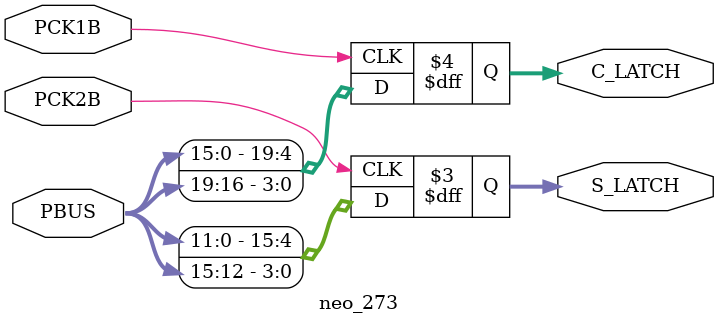
<source format=v>


module neo_273(
	input [19:0] PBUS,
	input PCK1B,
	input PCK2B,
	output reg [19:0] C_LATCH,
	output reg [15:0] S_LATCH
);
	
	always @(posedge PCK1B)
	begin
		C_LATCH <= {PBUS[15:0], PBUS[19:16]};
	end
	
	always @(posedge PCK2B)
	begin
		S_LATCH <= {PBUS[11:0], PBUS[15:12]};
	end

endmodule

</source>
